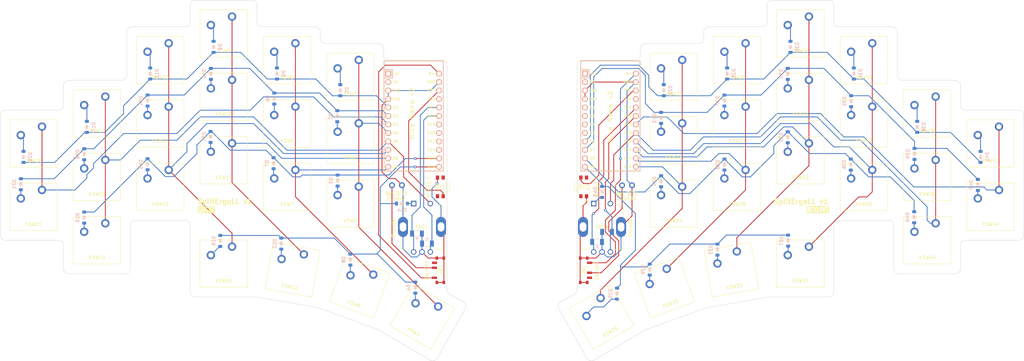
<source format=kicad_pcb>
(kicad_pcb (version 20221018) (generator pcbnew)
  (layers (0 "F.Cu" signal) (31 "B.Cu" signal) (34 "B.Paste" user) (35 "F.Paste" user) (36 "B.SilkS" user "B.Silkscreen") (37 "F.SilkS" user "F.Silkscreen") (38 "B.Mask" user) (39 "F.Mask" user) (44 "Edge.Cuts" user))
  (net 0 "")
  (net 1 "Net-(BAT1-+)")
  (net 2 "GND 1")
  (net 3 "Net-(BAT2-+)")
  (net 4 "GND 2")
  (net 7 "RESET 1")
  (net 10 "RESET 2")
  (net 11 "Row 0")
  (net 12 "Net-(D1-A)")
  (net 13 "Row 1")
  (net 14 "Net-(D2-A)")
  (net 15 "Row 2")
  (net 16 "Net-(D3-A)")
  (net 17 "Row 3")
  (net 18 "Net-(D4-A)")
  (net 19 "Net-(D5-A)")
  (net 20 "Net-(D6-A)")
  (net 21 "Net-(D7-A)")
  (net 22 "Net-(D8-A)")
  (net 23 "Net-(D9-A)")
  (net 24 "Net-(D10-A)")
  (net 25 "Net-(D11-A)")
  (net 26 "Net-(D12-A)")
  (net 27 "Net-(D13-A)")
  (net 28 "Net-(D14-A)")
  (net 29 "Net-(D15-A)")
  (net 30 "Net-(D16-A)")
  (net 31 "Net-(D17-A)")
  (net 32 "Net-(D18-A)")
  (net 33 "Net-(D19-A)")
  (net 34 "Net-(D20-A)")
  (net 35 "Net-(D21-A)")
  (net 36 "Row 4")
  (net 37 "Net-(D22-A)")
  (net 38 "Row 5")
  (net 39 "Net-(D23-A)")
  (net 40 "Row 6")
  (net 41 "Net-(D24-A)")
  (net 42 "Row 7")
  (net 43 "Net-(D25-A)")
  (net 44 "Net-(D26-A)")
  (net 45 "Net-(D27-A)")
  (net 46 "Net-(D28-A)")
  (net 47 "Net-(D29-A)")
  (net 48 "Net-(D30-A)")
  (net 49 "Net-(D31-A)")
  (net 50 "Net-(D32-A)")
  (net 51 "Net-(D33-A)")
  (net 52 "Net-(D34-A)")
  (net 53 "Net-(D35-A)")
  (net 54 "Net-(D36-A)")
  (net 55 "Net-(D37-A)")
  (net 56 "Net-(D38-A)")
  (net 57 "Net-(D39-A)")
  (net 58 "Net-(D40-A)")
  (net 59 "Net-(D41-A)")
  (net 60 "Net-(D42-A)")
  (net 61 "Col 0")
  (net 62 "Col 1")
  (net 63 "Col 2")
  (net 64 "Col 3")
  (net 65 "Col 4")
  (net 66 "Col 5")
  (net 67 "Col 6")
  (net 68 "Col 7")
  (net 69 "Col 8")
  (net 70 "Col 9")
  (net 71 "Col 10")
  (net 72 "Col 11")
  (net 78 "BAT+ 1")
  (net 84 "BAT+ 2")
  (net 87 "Net-(D43-A)")
  (net 88 "Net-(D44-A)")
  (net 91 "ENCB1")
  (net 92 "ENCA1")
  (net 95 "ENCB2")
  (net 96 "ENCA2")
  (footprint "kb_np_footprints:Keyswitch_MX" (layer "F.Cu") (at 362 128)
    (fp_text reference "KSW41")
    (fp_text value "Keyswitch")
  )
  (footprint "kb_np_footprints:Keyswitch_MX" (layer "F.Cu") (at 267 146)
    (fp_text reference "KSW24")
    (fp_text value "Keyswitch")
  )
  (footprint "kb_np_footprints:Keyswitch_MX" (layer "F.Cu") (at 151 141)
    (fp_text reference "KSW7")
    (fp_text value "Keyswitch")
  )
  (footprint "kb_np_footprints:Keyswitch_MX" (layer "F.Cu") (at 132 133)
    (fp_text reference "KSW11")
    (fp_text value "Keyswitch")
  )
  (footprint "kb_np_footprints:Switch_ON_OFF" (layer "F.Cu") (at 240 166 -90)
    (fp_text reference "SW2")
    (fp_text value "ON/OFF")
  )
  (footprint "kb_np_footprints:Keyswitch_MX" (layer "F.Cu") (at 191.599409 180 -30)
    (fp_text reference "KSW4")
    (fp_text value "Keyswitch")
  )
  (footprint "kb_np_footprints:Keyswitch_MX" (layer "F.Cu") (at 113 141)
    (fp_text reference "KSW15")
    (fp_text value "Keyswitch")
  )
  (footprint "kb_np_footprints:Keyswitch_MX" (layer "F.Cu") (at 132 164)
    (fp_text reference "KSW16")
    (fp_text value "Keyswitch")
  )
  (footprint "kb_np_footprints:Button_RESET" (layer "F.Cu") (at 240 141 -90)
    (fp_text reference "Bt2")
    (fp_text value "RESET")
  )
  (footprint "kb_np_footprints:Keyswitch_MX" (layer "F.Cu") (at 151 103)
    (fp_text reference "KSW5")
    (fp_text value "Keyswitch")
  )
  (footprint "kb_np_footprints:Keyswitch_MX" (layer "F.Cu") (at 151 122)
    (fp_text reference "KSW6")
    (fp_text value "Keyswitch")
  )
  (footprint "kb_np_footprints:Encoder" (layer "F.Cu") (at 245.5 153)
    (fp_text reference "ENC2")
    (fp_text value "Encoder")
  )
  (footprint "kb_np_footprints:Nice_Nano_v2" (layer "F.Cu") (at 248 121)
    (fp_text reference "MCU2" hide)
    (fp_text value "Nice Nano v2")
  )
  (footprint "kb_np_footprints:Keyswitch_MX" (layer "F.Cu") (at 343 157)
    (fp_text reference "KSW40")
    (fp_text value "Keyswitch")
  )
  (footprint "kb_np_footprints:Keyswitch_MX" (layer "F.Cu") (at 75 128)
    (fp_text reference "KSW20")
    (fp_text value "Keyswitch")
  )
  (footprint "kb_np_footprints:Keyswitch_MX" (layer "F.Cu") (at 324 141)
    (fp_text reference "KSW36")
    (fp_text value "Keyswitch")
  )
  (footprint "kb_np_footprints:Keyswitch_MX" (layer "F.Cu") (at 172.773639 171.2 -20)
    (fp_text reference "KSW8")
    (fp_text value "Keyswitch")
  )
  (footprint "kb_np_footprints:Keyswitch_MX" (layer "F.Cu") (at 286 122)
    (fp_text reference "KSW27")
    (fp_text value "Keyswitch")
  )
  (footprint "kb_np_footprints:Keyswitch_MX" (layer "F.Cu") (at 324 122)
    (fp_text reference "KSW35")
    (fp_text value "Keyswitch")
  )
  (footprint "kb_np_footprints:Encoder" (layer "F.Cu") (at 191.5 153)
    (fp_text reference "ENC1")
    (fp_text value "Encoder")
  )
  (footprint "kb_np_footprints:Keyswitch_MX" (layer "F.Cu") (at 113 122)
    (fp_text reference "KSW14")
    (fp_text value "Keyswitch")
  )
  (footprint "kb_np_footprints:Keyswitch_MX" (layer "F.Cu") (at 343 119)
    (fp_text reference "KSW38")
    (fp_text value "Keyswitch")
  )
  (footprint "kb_np_footprints:Keyswitch_MX" (layer "F.Cu") (at 305 114)
    (fp_text reference "KSW31")
    (fp_text value "Keyswitch")
  )
  (footprint "kb_np_footprints:Keyswitch_MX" (layer "F.Cu") (at 170 108)
    (fp_text reference "KSW1")
    (fp_text value "Keyswitch")
  )
  (footprint "kb_np_footprints:Keyswitch_MX" (layer "F.Cu") (at 245.400591 180 30)
    (fp_text reference "KSW25")
    (fp_text value "Keyswitch")
  )
  (footprint "kb_np_footprints:Keyswitch_MX" (layer "F.Cu") (at 267 108)
    (fp_text reference "KSW22")
    (fp_text value "Keyswitch")
  )
  (footprint "kb_np_footprints:Keyswitch_MX" (layer "F.Cu") (at 264.226361 171.2 20)
    (fp_text reference "KSW29")
    (fp_text value "Keyswitch")
  )
  (footprint "kb_np_footprints:Keyswitch_MX" (layer "F.Cu") (at 113 103)
    (fp_text reference "KSW13")
    (fp_text value "Keyswitch")
  )
  (footprint "kb_np_footprints:Keyswitch_MX" (layer "F.Cu") (at 170 146)
    (fp_text reference "KSW3")
    (fp_text value "Keyswitch")
  )
  (footprint "kb_np_footprints:Button_RESET" (layer "F.Cu") (at 197 141 90)
    (fp_text reference "Bt1")
    (fp_text value "RESET")
  )
  (footprint "kb_np_footprints:Keyswitch_MX" (layer "F.Cu") (at 305 95)
    (fp_text reference "KSW30")
    (fp_text value "Keyswitch")
  )
  (footprint "kb_np_footprints:Keyswitch_MX" (layer "F.Cu") (at 343 138)
    (fp_text reference "KSW39")
    (fp_text value "Keyswitch")
  )
  (footprint "kb_np_footprints:Keyswitch_MX" (layer "F.Cu") (at 152.697177 165.8 -10)
    (fp_text reference "KSW12")
    (fp_text value "Keyswitch")
  )
  (footprint "kb_np_footprints:Keyswitch_MX" (layer "F.Cu") (at 94 157)
    (fp_text reference "KSW19")
    (fp_text value "Keyswitch")
  )
  (footprint "kb_np_footprints:Keyswitch_MX" (layer "F.Cu") (at 94 119)
    (fp_text reference "KSW17")
    (fp_text value "Keyswitch")
  )
  (footprint "kb_np_footprints:Battery_PINs" (layer "F.Cu") (at 251.51 145.1075)
    (fp_text reference "Bat 3.7V")
    (fp_text value "110mAh")
  )
  (footprint "kb_np_footprints:Battery_PINs" (layer "F.Cu") (at 182.5 145.08)
    (fp_text reference "Bat 3.7V")
    (fp_text value "110mAh")
  )
  (footprint "kb_np_footprints:Nice_Nano_v2" (layer "F.Cu") (at 189 121)
    (fp_text reference "MCU1" hide)
    (fp_text value "Nice Nano v2")
  )
  (footprint "kb_np_footprints:Keyswitch_MX" (layer "F.Cu") (at 286 103)
    (fp_text reference "KSW26")
    (fp_text value "Keyswitch")
  )
  (footprint "kb_np_footprints:Switch_ON_OFF" (layer "F.Cu") (at 197 166 90)
    (fp_text reference "SW1")
    (fp_text value "ON/OFF")
  )
  (footprint "kb_np_footprints:Keyswitch_MX" (layer "F.Cu") (at 75 147)
    (fp_text reference "KSW21")
    (fp_text value "Keyswitch")
  )
  (footprint "kb_np_footprints:Keyswitch_MX" (layer "F.Cu") (at 305 164)
    (fp_text reference "KSW37")
    (fp_text value "Keyswitch")
  )
  (footprint "kb_np_footprints:Keyswitch_MX" (layer "F.Cu") (at 132 114)
    (fp_text reference "KSW10")
    (fp_text value "Keyswitch")
  )
  (footprint "kb_np_footprints:Keyswitch_MX" (layer "F.Cu") (at 267 127)
    (fp_text reference "KSW23")
    (fp_text value "Keyswitch")
  )
  (footprint "kb_np_footprints:Keyswitch_MX" (layer "F.Cu") (at 170 127)
    (fp_text reference "KSW2")
    (fp_text value "Keyswitch")
  )
  (footprint "kb_np_footprints:Keyswitch_MX" (layer "F.Cu") (at 305 133)
    (fp_text reference "KSW32")
    (fp_text value "Keyswitch")
  )
  (footprint "kb_np_footprints:Keyswitch_MX" (layer "F.Cu") (at 324 103)
    (fp_text reference "KSW34")
    (fp_text value "Keyswitch")
  )
  (footprint "kb_np_footprints:Keyswitch_MX" (layer "F.Cu") (at 132 95)
    (fp_text reference "KSW9")
    (fp_text value "Keyswitch")
  )
  (footprint "kb_np_footprints:Keyswitch_MX" (layer "F.Cu") (at 284.297177 165.8 10)
    (fp_text reference "KSW33")
    (fp_text value "Keyswitch")
  )
  (footprint "kb_np_footprints:Keyswitch_MX" (layer "F.Cu") (at 94 138)
    (fp_text reference "KSW18")
    (fp_text value "Keyswitch")
  )
  (footprint "kb_np_footprints:Keyswitch_MX" (layer "F.Cu") (at 362 147)
    (fp_text reference "KSW42")
    (fp_text value "Keyswitch")
  )
  (footprint "kb_np_footprints:Keyswitch_MX" (layer "F.Cu") (at 286 141)
    (fp_text reference "KSW28")
    (fp_text value "Keyswitch")
  )
  (footprint "kb_np_footprints:Diode_SMD" (layer "B.Cu") (at 282.2 115.1 -90)
    (fp_text reference "D27")
    (fp_text value "Diodes" hide)
  )
  (footprint "kb_np_footprints:Diode_SMD" (layer "B.Cu") (at 250 173 -90)
    (fp_text reference "D25")
    (fp_text value "Diodes" hide)
  )
  (footprint "kb_np_footprints:Diode_SMD" (layer "B.Cu") (at 90.2 131.2 -90)
    (fp_text reference "D18")
    (fp_text value "Diodes" hide)
  )
  (footprint "kb_np_footprints:Diode_SMD" (layer "B.Cu") (at 263.2 120.3 -90)
    (fp_text reference "D23")
    (fp_text value "Diodes" hide)
  )
  (footprint "kb_np_footprints:Diode_SMD" (layer "B.Cu") (at 166.2 139.1 -90)
    (fp_text reference "D3")
    (fp_text value "Diodes" hide)
  )
  (footprint "kb_np_footprints:Diode_SMD" (layer "B.Cu") (at 263.2 139.3 -90)
    (fp_text reference "D24")
    (fp_text value "Diodes" hide)
  )
  (footprint "kb_np_footprints:Capacitor_SMD" (layer "B.Cu") (at 190 155)
    (fp_text reference "C2")
    (fp_text value "100nF")
  )
  (footprint "kb_np_footprints:Diode_SMD" (layer "B.Cu") (at 110 107 90)
    (fp_text reference "D13")
    (fp_text value "Diodes" hide)
  )
  (footprint "kb_np_footprints:Diode_SMD" (layer "B.Cu") (at 149.3 158 -90)
    (fp_text reference "D12")
    (fp_text value "Diodes" hide)
  )
  (footprint "kb_np_footprints:Diode_SMD" (layer "B.Cu") (at 280.1 159.8 -90)
    (fp_text reference "D33")
    (fp_text value "Diodes" hide)
  )
  (footprint "kb_np_footprints:Diode_SMD" (layer "B.Cu") (at 189.5 171.2 -90)
    (fp_text reference "D4")
    (fp_text value "Diodes" hide)
  )
  (footprint "kb_np_footprints:Diode_SMD" (layer "B.Cu") (at 283 107 90)
    (fp_text reference "D26")
    (fp_text value "Diodes" hide)
  )
  (footprint "kb_np_footprints:Diode_SMD" (layer "B.Cu") (at 301.3 157.1 -90)
    (fp_text reference "D37")
    (fp_text value "Diodes" hide)
  )
  (footprint "kb_np_footprints:Diode_SMD" (layer "B.Cu") (at 128.2 107.1 -90)
    (fp_text reference "D10")
    (fp_text value "Diodes" hide)
  )
  (footprint "kb_np_footprints:Diode_SMD" (layer "B.Cu") (at 259.8 165.8 -90)
    (fp_text reference "D29")
    (fp_text value "Diodes" hide)
  )
  (footprint "kb_np_footprints:Diode_SMD" (layer "B.Cu") (at 109.2 134.2 -90)
    (fp_text reference "D15")
    (fp_text value "Diodes" hide)
  )
  (footprint "kb_np_footprints:Diode_SMD" (layer "B.Cu") (at 358.2 140.4 -90)
    (fp_text reference "D42")
    (fp_text value "Diodes" hide)
  )
  (footprint "kb_np_footprints:Diode_SMD" (layer "B.Cu") (at 147 133.9 -90)
    (fp_text reference "D7")
    (fp_text value "Diodes" hide)
  )
  (footprint "kb_np_footprints:Diode_SMD" (layer "B.Cu") (at 167 112 90)
    (fp_text reference "D1")
    (fp_text value "Diodes" hide)
  )
  (footprint "kb_np_footprints:Diode_SMD" (layer "B.Cu") (at 166.1 119.8 -90)
    (fp_text reference "D2")
    (fp_text value "Diodes" hide)
  )
  (footprint "kb_np_footprints:Diode_SMD" (layer "B.Cu") (at 72 132 90)
    (fp_text reference "D20")
    (fp_text value "Diodes" hide)
  )
  (footprint "kb_np_footprints:Diode_SMD" (layer "B.Cu") (at 245.5 142.5 -90)
    (fp_text reference "D43")
    (fp_text value "Diodes" hide)
  )
  (footprint "kb_np_footprints:Diode_SMD" (layer "B.Cu") (at 340 123 90)
    (fp_text reference "D38")
    (fp_text value "Diodes" hide)
  )
  (footprint "kb_np_footprints:Capacitor_SMD" (layer "B.Cu") (at 247 154.5 180)
    (fp_text reference "C3")
    (fp_text value "100nF")
  )
  (footprint "kb_np_footprints:Diode_SMD" (layer "B.Cu") (at 131 157.2 -90)
    (fp_text reference "D16")
    (fp_text value "Diodes" hide)
  )
  (footprint "kb_np_footprints:Diode_SMD" (layer "B.Cu") (at 185.5 146)
    (fp_text reference "D44")
    (fp_text value "Diodes" hide)
  )
  (footprint "kb_np_footprints:Diode_SMD" (layer "B.Cu") (at 109.2 115.1 -90)
    (fp_text reference "D14")
    (fp_text value "Diodes" hide)
  )
  (footprint "kb_np_footprints:Diode_SMD" (layer "B.Cu") (at 339.1 150.1 -90)
    (fp_text reference "D40")
    (fp_text value "Diodes" hide)
  )
  (footprint "kb_np_footprints:Diode_SMD" (layer "B.Cu") (at 302 99 90)
    (fp_text reference "D30")
    (fp_text value "Diodes" hide)
  )
  (footprint "kb_np_footprints:Diode_SMD" (layer "B.Cu") (at 282.2 134.3 -90)
    (fp_text reference "D28")
    (fp_text value "Diodes" hide)
  )
  (footprint "kb_np_footprints:Diode_SMD" (layer "B.Cu") (at 320.1 134.3 -90)
    (fp_text reference "D36")
    (fp_text value "Diodes" hide)
  )
  (footprint "kb_np_footprints:Diode_SMD" (layer "B.Cu") (at 359 132 90)
    (fp_text reference "D41")
    (fp_text value "Diodes" hide)
  )
  (footprint "kb_np_footprints:Diode_SMD" (layer "B.Cu") (at 301.2 107.1 -90)
    (fp_text reference "D31")
    (fp_text value "Diodes" hide)
  )
  (footprint "kb_np_footprints:Diode_SMD" (layer "B.Cu") (at 170 162.8 -90)
    (fp_text reference "D8")
    (fp_text value "Diodes" hide)
  )
  (footprint "kb_np_footprints:Diode_SMD" (layer "B.Cu") (at 71.2 140.2 -90)
    (fp_text reference "D21")
    (fp_text value "Diodes" hide)
  )
  (footprint "kb_np_footprints:Diode_SMD" (layer "B.Cu") (at 320.2 115.3 -90)
    (fp_text reference "D35")
    (fp_text value "Diodes" hide)
  )
  (footprint "kb_np_footprints:Diode_SMD" (layer "B.Cu") (at 129 99 90)
    (fp_text reference "D9")
    (fp_text value "Diodes" hide)
  )
  (footprint "kb_np_footprints:Diode_SMD" (layer "B.Cu") (at 264 112 90)
    (fp_text reference "D22")
    (fp_text value "Diodes" hide)
  )
  (footprint "kb_np_footprints:Diode_SMD" (layer "B.Cu") (at 90.2 150.2 -90)
    (fp_text reference "D19")
    (fp_text value "Diodes" hide)
  )
  (footprint "kb_np_footprints:Diode_SMD" (layer "B.Cu") (at 128.1 126 -90)
    (fp_text reference "D11")
    (fp_text value "Diodes" hide)
  )
  (footprint "kb_np_footprints:Diode_SMD" (layer "B.Cu") (at 148 107 90)
    (fp_text reference "D5")
    (fp_text value "Diodes" hide)
  )
  (footprint "kb_np_footprints:Capacitor_SMD" (layer "B.Cu") (at 244 157.5)
    (fp_text reference "C4")
    (fp_text value "100nF")
  )
  (footprint "kb_np_footprints:Diode_SMD" (layer "B.Cu") (at 301.2 126.1 -90)
    (fp_text reference "D32")
    (fp_text value "Diodes" hide)
  )
  (footprint "kb_np_footprints:Capacitor_SMD" (layer "B.Cu") (at 193 158 180)
    (fp_text reference "C1")
    (fp_text value "100nF")
  )
  (footprint "kb_np_footprints:Diode_SMD" (layer "B.Cu") (at 91 123 90)
    (fp_text reference "D17")
    (fp_text value "Diodes" hide)
  )
  (footprint "kb_np_footprints:Diode_SMD" (layer "B.Cu") (at 339.2 131.1 -90)
    (fp_text reference "D39")
    (fp_text value "Diodes" hide)
  )
  (footprint "kb_np_footprints:Diode_SMD" (layer "B.Cu") (at 147.2 114.5 -90)
    (fp_text reference "D6")
    (fp_text value "Diodes" hide)
  )
  (footprint "kb_np_footprints:Diode_SMD" (layer "B.Cu") (at 321 107 90)
    (fp_text reference "D34")
    (fp_text value "Diodes" hide)
  )
  (gr_arc (start 66.5 157) (mid 65.43934 156.56066) (end 65 155.5) (stroke (width 0.1)) (layer "Edge.Cuts"))
  (gr_line (start 199 104.56066) (end 199 171.880386) (stroke (width 0.1)) (layer "Edge.Cuts"))
  (gr_arc (start 334.5 167) (mid 333.43934 166.56066) (end 333 165.5) (stroke (width 0.1)) (layer "Edge.Cuts"))
  (gr_arc (start 178.5 98) (mid 179.56066 98.43934) (end 180 99.5) (stroke (width 0.1)) (layer "Edge.Cuts"))
  (gr_line (start 315 91.5) (end 315 86.5) (stroke (width 0.1)) (layer "Edge.Cuts"))
  (gr_line (start 104.5 93) (end 120.5 93) (stroke (width 0.1)) (layer "Edge.Cuts"))
  (gr_arc (start 103 94.5) (mid 103.43934 93.43934) (end 104.5 93) (stroke (width 0.1)) (layer "Edge.Cuts"))
  (gr_arc (start 159.5 93) (mid 160.56066 93.43934) (end 161 94.5) (stroke (width 0.1)) (layer "Edge.Cuts"))
  (gr_arc (start 84 116.5) (mid 83.56066 117.56066) (end 82.5 118) (stroke (width 0.1)) (layer "Edge.Cuts"))
  (gr_line (start 293.5 93) (end 277.5 93) (stroke (width 0.1)) (layer "Edge.Cuts"))
  (gr_line (start 85.5 109) (end 101.5 109) (stroke (width 0.1)) (layer "Edge.Cuts"))
  (gr_line (start 276.879586 177.227538) (end 295.372858 174.022038) (stroke (width 0.1)) (layer "Edge.Cuts"))
  (gr_arc (start 162.5 98) (mid 161.43934 97.56066) (end 161 96.5) (stroke (width 0.1)) (layer "Edge.Cuts"))
  (gr_arc (start 315 152.5) (mid 315.43934 151.43934) (end 316.5 151) (stroke (width 0.1)) (layer "Edge.Cuts"))
  (gr_line (start 103 107.5) (end 103 94.5) (stroke (width 0.1)) (layer "Edge.Cuts"))
  (gr_arc (start 316.5 93) (mid 315.43934 92.56066) (end 315 91.5) (stroke (width 0.1)) (layer "Edge.Cuts"))
  (gr_line (start 84 165.5) (end 84 158.5) (stroke (width 0.1)) (layer "Edge.Cuts"))
  (gr_line (start 123.5 85) (end 140.5 85) (stroke (width 0.1)) (layer "Edge.Cuts"))
  (gr_line (start 199.754661 173.182104) (end 203.900616 175.555998) (stroke (width 0.1)) (layer "Edge.Cuts"))
  (gr_line (start 313.5 85) (end 296.5 85) (stroke (width 0.1)) (layer "Edge.Cuts"))
  (gr_arc (start 232.54167 177.600718) (mid 232.397576 176.462992) (end 233.099384 175.555998) (stroke (width 0.1)) (layer "Edge.Cuts"))
  (gr_arc (start 335.5 109) (mid 334.43934 108.56066) (end 334 107.5) (stroke (width 0.1)) (layer "Edge.Cuts"))
  (gr_arc (start 276 96.5) (mid 275.56066 97.56066) (end 274.5 98) (stroke (width 0.1)) (layer "Edge.Cuts"))
  (gr_arc (start 370.5 118) (mid 371.56066 118.43934) (end 372 119.5) (stroke (width 0.1)) (layer "Edge.Cuts"))
  (gr_arc (start 122 86.5) (mid 122.43934 85.43934) (end 123.5 85) (stroke (width 0.1)) (layer "Edge.Cuts"))
  (gr_line (start 334 107.5) (end 334 94.5) (stroke (width 0.1)) (layer "Edge.Cuts"))
  (gr_arc (start 257 99.5) (mid 257.43934 98.43934) (end 258.5 98) (stroke (width 0.1)) (layer "Edge.Cuts"))
  (gr_line (start 65 119.5) (end 65 155.5) (stroke (width 0.1)) (layer "Edge.Cuts"))
  (gr_line (start 66.5 118) (end 82.5 118) (stroke (width 0.1)) (layer "Edge.Cuts"))
  (gr_arc (start 353 158.5) (mid 353.43934 157.43934) (end 354.5 157) (stroke (width 0.1)) (layer "Edge.Cuts"))
  (gr_line (start 370.5 118) (end 354.5 118) (stroke (width 0.1)) (layer "Edge.Cuts"))
  (gr_arc (start 82.5 157) (mid 83.56066 157.43934) (end 84 158.5) (stroke (width 0.1)) (layer "Edge.Cuts"))
  (gr_arc (start 353 165.5) (mid 352.56066 166.56066) (end 351.5 167) (stroke (width 0.1)) (layer "Edge.Cuts"))
  (gr_arc (start 295 86.5) (mid 295.43934 85.43934) (end 296.5 85) (stroke (width 0.1)) (layer "Edge.Cuts"))
  (gr_arc (start 181.5 103.06066) (mid 180.439354 102.621318) (end 180 101.56066) (stroke (width 0.1)) (layer "Edge.Cuts"))
  (gr_line (start 122 172.5) (end 122 152.5) (stroke (width 0.1)) (layer "Edge.Cuts"))
  (gr_arc (start 257 101.5) (mid 256.56066 102.56066) (end 255.5 103) (stroke (width 0.1)) (layer "Edge.Cuts"))
  (gr_arc (start 84 110.5) (mid 84.43934 109.43934) (end 85.5 109) (stroke (width 0.1)) (layer "Edge.Cuts"))
  (gr_arc (start 332.5 93) (mid 333.56066 93.43934) (end 334 94.5) (stroke (width 0.1)) (layer "Edge.Cuts"))
  (gr_line (start 353 116.5) (end 353 110.5) (stroke (width 0.1)) (layer "Edge.Cuts"))
  (gr_line (start 274.5 98) (end 258.5 98) (stroke (width 0.1)) (layer "Edge.Cuts"))
  (gr_arc (start 354.5 118) (mid 353.43934 117.56066) (end 353 116.5) (stroke (width 0.1)) (layer "Edge.Cuts"))
  (gr_line (start 353 165.5) (end 353 158.5) (stroke (width 0.1)) (layer "Edge.Cuts"))
  (gr_line (start 276 94.5) (end 276 96.5) (stroke (width 0.1)) (layer "Edge.Cuts"))
  (gr_line (start 193.93952 192.979129) (end 178.367128 183.818899) (stroke (width 0.1)) (layer "Edge.Cuts"))
  (gr_line (start 232.54167 177.600718) (end 240.996896 192.42923) (stroke (width 0.1)) (layer "Edge.Cuts"))
  (gr_line (start 120.5 151) (end 105.5 151) (stroke (width 0.1)) (layer "Edge.Cuts"))
  (gr_arc (start 85.5 167) (mid 84.43934 166.56066) (end 84 165.5) (stroke (width 0.1)) (layer "Edge.Cuts"))
  (gr_arc (start 122 91.5) (mid 121.56066 92.56066) (end 120.5 93) (stroke (width 0.1)) (layer "Edge.Cuts"))
  (gr_line (start 351.5 109) (end 335.5 109) (stroke (width 0.1)) (layer "Edge.Cuts"))
  (gr_arc (start 104 165.5) (mid 103.56066 166.56066) (end 102.5 167) (stroke (width 0.1)) (layer "Edge.Cuts"))
  (gr_line (start 82.5 157) (end 66.5 157) (stroke (width 0.1)) (layer "Edge.Cuts"))
  (gr_line (start 257 99.5) (end 257 101.5) (stroke (width 0.1)) (layer "Edge.Cuts"))
  (gr_line (start 178.122397 183.703272) (end 160.626687 177.296392) (stroke (width 0.1)) (layer "Edge.Cuts"))
  (gr_arc (start 143.5 93) (mid 142.43934 92.56066) (end 142 91.5) (stroke (width 0.1)) (layer "Edge.Cuts"))
  (gr_line (start 372 119.5) (end 372 155.5) (stroke (width 0.1)) (layer "Edge.Cuts"))
  (gr_line (start 104 152.5) (end 104 165.5) (stroke (width 0.1)) (layer "Edge.Cuts"))
  (gr_line (start 181.5 103.06066) (end 197.5 103.06066) (stroke (width 0.1)) (layer "Edge.Cuts"))
  (gr_arc (start 120.5 151) (mid 121.56066 151.43934) (end 122 152.5) (stroke (width 0.1)) (layer "Edge.Cuts"))
  (gr_line (start 180 99.5) (end 180 101.56066) (stroke (width 0.1)) (layer "Edge.Cuts"))
  (gr_line (start 84 116.5) (end 84 110.5) (stroke (width 0.1)) (layer "Edge.Cuts"))
  (gr_arc (start 104 152.5) (mid 104.43934 151.43934) (end 105.5 151) (stroke (width 0.1)) (layer "Edge.Cuts"))
  (gr_line (start 142 86.5) (end 142 91.5) (stroke (width 0.1)) (layer "Edge.Cuts"))
  (gr_line (start 237.245339 173.182104) (end 233.099384 175.555998) (stroke (width 0.1)) (layer "Edge.Cuts"))
  (gr_arc (start 276.626299 177.29467) (mid 276.751473 177.25556) (end 276.879586 177.227538) (stroke (width 0.1)) (layer "Edge.Cuts"))
  (gr_arc (start 178.122397 183.703272) (mid 178.247376 183.755554) (end 178.367128 183.818899) (stroke (width 0.1)) (layer "Edge.Cuts"))
  (gr_arc (start 141.620962 174) (mid 141.749525 174.00552) (end 141.877142 174.022038) (stroke (width 0.1)) (layer "Edge.Cuts"))
  (gr_line (start 255.5 103) (end 239.5 103) (stroke (width 0.1)) (layer "Edge.Cuts"))
  (gr_arc (start 140.5 85) (mid 141.56066 85.43934) (end 142 86.5) (stroke (width 0.1)) (layer "Edge.Cuts"))
  (gr_line (start 122 91.5) (end 122 86.5) (stroke (width 0.1)) (layer "Edge.Cuts"))
  (gr_arc (start 196.003104 192.42923) (mid 195.086277 193.135621) (end 193.93952 192.979129) (stroke (width 0.1)) (layer "Edge.Cuts"))
  (gr_arc (start 123.5 174) (mid 122.43934 173.56066) (end 122 172.5) (stroke (width 0.1)) (layer "Edge.Cuts"))
  (gr_arc (start 197.5 103.06066) (mid 198.560674 103.499997) (end 199 104.56066) (stroke (width 0.1)) (layer "Edge.Cuts"))
  (gr_line (start 160.367068 177.226958) (end 141.877142 174.022038) (stroke (width 0.1)) (layer "Edge.Cuts"))
  (gr_arc (start 372 155.5) (mid 371.56066 156.56066) (end 370.5 157) (stroke (width 0.1)) (layer "Edge.Cuts"))
  (gr_line (start 333 152.5) (end 333 165.5) (stroke (width 0.1)) (layer "Edge.Cuts"))
  (gr_arc (start 238 104.5) (mid 238.43934 103.43934) (end 239.5 103) (stroke (width 0.1)) (layer "Edge.Cuts"))
  (gr_line (start 204.45833 177.600718) (end 196.003104 192.42923) (stroke (width 0.1)) (layer "Edge.Cuts"))
  (gr_line (start 334.5 167) (end 351.5 167) (stroke (width 0.1)) (layer "Edge.Cuts"))
  (gr_arc (start 295 91.5) (mid 294.56066 92.56066) (end 293.5 93) (stroke (width 0.1)) (layer "Edge.Cuts"))
  (gr_arc (start 160.367068 177.226958) (mid 160.498438 177.255842) (end 160.626687 177.296392) (stroke (width 0.1)) (layer "Edge.Cuts"))
  (gr_line (start 295 86.5) (end 295 91.5) (stroke (width 0.1)) (layer "Edge.Cuts"))
  (gr_line (start 238 104.5) (end 238 171.880386) (stroke (width 0.1)) (layer "Edge.Cuts"))
  (gr_arc (start 331.5 151) (mid 332.56066 151.43934) (end 333 152.5) (stroke (width 0.1)) (layer "Edge.Cuts"))
  (gr_arc (start 295.372858 174.022038) (mid 295.500475 174.005528) (end 295.629038 174) (stroke (width 0.1)) (layer "Edge.Cuts"))
  (gr_arc (start 243.06048 192.979129) (mid 241.913691 193.13569) (end 240.996896 192.42923) (stroke (width 0.1)) (layer "Edge.Cuts"))
  (gr_arc (start 351.5 109) (mid 352.56066 109.43934) (end 353 110.5) (stroke (width 0.1)) (layer "Edge.Cuts"))
  (gr_line (start 161 94.5) (end 161 96.5) (stroke (width 0.1)) (layer "Edge.Cuts"))
  (gr_line (start 143.5 93) (end 159.5 93) (stroke (width 0.1)) (layer "Edge.Cuts"))
  (gr_line (start 354.5 157) (end 370.5 157) (stroke (width 0.1)) (layer "Edge.Cuts"))
  (gr_arc (start 103 107.5) (mid 102.56066 108.56066) (end 101.5 109) (stroke (width 0.1)) (layer "Edge.Cuts"))
  (gr_arc (start 203.900616 175.555998) (mid 204.602412 176.462995) (end 204.45833 177.600718) (stroke (width 0.1)) (layer "Edge.Cuts"))
  (gr_line (start 102.5 167) (end 85.5 167) (stroke (width 0.1)) (layer "Edge.Cuts"))
  (gr_line (start 295.629038 174) (end 313.5 174) (stroke (width 0.1)) (layer "Edge.Cuts"))
  (gr_arc (start 315 172.5) (mid 314.56066 173.56066) (end 313.5 174) (stroke (width 0.1)) (layer "Edge.Cuts"))
  (gr_arc (start 258.629944 183.820621) (mid 258.752744 183.755842) (end 258.881007 183.702692) (stroke (width 0.1)) (layer "Edge.Cuts"))
  (gr_line (start 141.620962 174) (end 123.5 174) (stroke (width 0.1)) (layer "Edge.Cuts"))
  (gr_line (start 258.881007 183.702692) (end 276.626299 177.29467) (stroke (width 0.1)) (layer "Edge.Cuts"))
  (gr_arc (start 238 171.880386) (mid 237.797697 172.632718) (end 237.245339 173.182104) (stroke (width 0.1)) (layer "Edge.Cuts"))
  (gr_line (start 162.5 98) (end 178.5 98) (stroke (width 0.1)) (layer "Edge.Cuts"))
  (gr_line (start 315 172.5) (end 315 152.5) (stroke (width 0.1)) (layer "Edge.Cuts"))
  (gr_arc (start 65 119.5) (mid 65.43934 118.43934) (end 66.5 118) (stroke (width 0.1)) (layer "Edge.Cuts"))
  (gr_arc (start 199.754661 173.182104) (mid 199.202313 172.632712) (end 199 171.880386) (stroke (width 0.1)) (layer "Edge.Cuts"))
  (gr_arc (start 313.5 85) (mid 314.56066 85.43934) (end 315 86.5) (stroke (width 0.1)) (layer "Edge.Cuts"))
  (gr_line (start 332.5 93) (end 316.5 93) (stroke (width 0.1)) (layer "Edge.Cuts"))
  (gr_line (start 316.5 151) (end 331.5 151) (stroke (width 0.1)) (layer "Edge.Cuts"))
  (gr_arc (start 276 94.5) (mid 276.43934 93.43934) (end 277.5 93) (stroke (width 0.1)) (layer "Edge.Cuts"))
  (gr_line (start 243.06048 192.979129) (end 258.629944 183.820621) (stroke (width 0.1)) (layer "Edge.Cuts"))
  (gr_text "LEFT" (at 124 147) (layer "F.SilkS" knockout) (effects (font (size 1.5 1.5) (thickness 0.3) bold) (justify left top)))
  (gr_text "SplitErgoLL v1" (at 313.5 144.5) (layer "F.SilkS") (effects (font (size 1.5 1.5) (thickness 0.3) bold) (justify right top)))
  (gr_text "SplitErgoLL v1" (at 124 144.5) (layer "F.SilkS") (effects (font (size 1.5 1.5) (thickness 0.3) bold) (justify left top)))
  (gr_text "RIGHT" (at 313.5 147) (layer "F.SilkS" knockout) (effects (font (size 1.5 1.5) (thickness 0.3) bold) (justify right top)))
  (segment (start 189.75 165.25) (end 182.5 158) (width 0.25) (layer "F.Cu") (net 1))
  (segment (start 195.25 165.25) (end 189.75 165.25) (width 0.25) (layer "F.Cu") (net 1))
  (segment (start 182.5 158) (end 182.5 140.5) (width 0.25) (layer "F.Cu") (net 1))
  (segment (start 185.48 140.48) (end 185.48 140.49) (width 0.25) (layer "F.Cu") (net 2))
  (segment (start 195.95 162.35) (end 198.05 162.35) (width 0.25) (layer "F.Cu") (net 2))
  (segment (start 193.35 162.35) (end 195.95 162.35) (width 0.25) (layer "F.Cu") (net 2))
  (segment (start 181.38 114.65) (end 179.5 116.53) (width 0.25) (layer "F.Cu") (net 2))
  (segment (start 195.95 169.65) (end 198.05 169.65) (width 0.25) (layer "F.Cu") (net 2))
  (segment (start 191.5 160.5) (end 193.35 162.35) (width 0.25) (layer "F.Cu") (net 2))
  (segment (start 198.05 162.35) (end 198.05 153.85) (width 0.25) (layer "F.Cu") (net 2))
  (segment (start 181.5 138.5) (end 183.5 138.5) (width 0.25) (layer "F.Cu") (net 2))
  (segment (start 179.5 116.53) (end 179.5 136.5) (width 0.25) (layer "F.Cu") (net 2))
  (segment (start 198.05 153.85) (end 197.2 153) (width 0.25) (layer "F.Cu") (net 2))
  (segment (start 196.15 138.2) (end 196.15 139.85) (width 0.25) (layer "F.Cu") (net 2))
  (segment (start 183.5 138.5) (end 185.48 140.48) (width 0.25) (layer "F.Cu") (net 2))
  (segment (start 198.05 169.65) (end 198.05 162.35) (width 0.25) (layer "F.Cu") (net 2))
  (segment (start 179.5 136.5) (end 181.5 138.5) (width 0.25) (layer "F.Cu") (net 2))
  (segment (start 196.15 139.85) (end 196 140) (width 0.25) (layer "F.Cu") (net 2))
  (via (at 196 140) (size 0.8) (drill 0.4) (layers "F.Cu" "B.Cu") (net 2))
  (segment (start 191.525 155.05) (end 191.475 155) (width 0.25) (layer "B.Cu") (net 2))
  (segment (start 191.475 160.525) (end 191.5 160.5) (width 0.25) (layer "B.Cu") (net 2))
  (segment (start 190 162) (end 191.5 160.5) (width 0.25) (layer "B.Cu") (net 2))
  (segment (start 194.5 144) (end 197.2 146.7) (width 0.25) (layer "B.Cu") (net 2))
  (segment (start 185.8 153) (end 185.8 140.81) (width 0.25) (layer "B.Cu") (net 2))
  (segment (start 181.38 112.11) (end 194.08 112.11) (width 0.25) (layer "B.Cu") (net 2))
  (segment (start 185.8 159.55) (end 188.25 162) (width 0.25) (layer "B.Cu") (net 2))
  (segment (start 197.2 146.7) (end 197.2 153) (width 0.25) (layer "B.Cu") (net 2))
  (segment (start 191.5 158.025) (end 191.525 158) (width 0.25) (layer "B.Cu") (net 2))
  (segment (start 185.8 153) (end 185.8 159.55) (width 0.25) (layer "B.Cu") (net 2))
  (segment (start 185.8 140.81) (end 185.48 140.49) (width 0.25) (layer "B.Cu") (net 2))
  (segment (start 188.25 162) (end 190 162) (width 0.25) (layer "B.Cu") (net 2))
  (segment (start 191.5 160.5) (end 191.5 158.025) (width 0.25) (layer "B.Cu") (net 2))
  (segment (start 196 140) (end 194.5 141.5) (width 0.25) (layer "B.Cu") (net 2))
  (segment (start 191.525 158) (end 191.525 155.05) (width 0.25) (layer "B.Cu") (net 2))
  (segment (start 194.08 112.11) (end 196.62 109.57) (width 0.25) (layer "B.Cu") (net 2))
  (segment (start 181.38 112.11) (end 181.38 114.65) (width 0.25) (layer "B.Cu") (net 2))
  (segment (start 194.5 141.5) (end 194.5 144) (width 0.25) (layer "B.Cu") (net 2))
  (segment (start 245.25 166.75) (end 241.75 166.75) (width 0.25) (layer "F.Cu") (net 3))
  (segment (start 251.51 147.49) (end 247.5 151.5) (width 0.25) (layer "F.Cu") (net 3))
  (segment (start 247.5 151.5) (end 247.5 154.181802) (width 0.25) (layer "F.Cu") (net 3))
  (segment (start 250.5 157.181802) (end 250.5 161.5) (width 0.25) (layer "F.Cu") (net 3))
  (segment (start 250.5 161.5) (end 245.25 166.75) (width 0.25) (layer "F.Cu") (net 3))
  (segment (start 251.51 140.5275) (end 251.51 147.49) (width 0.25) (layer "F.Cu") (net 3))
  (segment (start 247.5 154.181802) (end 250.5 157.181802) (width 0.25) (layer "F.Cu") (net 3))
  (segment (start 242.92 109.57) (end 255.62 109.57) (width 0.25) (layer "F.Cu") (net 4))
  (segment (start 240.85 145.65) (end 240.85 143.8) (width 0.25) (layer "F.Cu") (net 4))
  (segment (start 254.49 149.71) (end 254.49 140.5175) (width 0.25) (layer "F.Cu") (net 4))
  (segment (start 245.5 160.5) (end 243.65 162.35) (width 0.25) (layer "F.Cu") (net 4))
  (segment (start 241.05 162.35) (end 238.95 162.35) (width 0.25) (layer "F.Cu") (net 4))
  (segment (start 243.65 162.35) (end 241.05 162.35) (width 0.25) (layer "F.Cu") (net 4))
  (segment (start 239.8 146.7) (end 240.85 145.65) (width 0.25) (layer "F.Cu") (net 4))
  (segment (start 238.95 169.65) (end 238.95 162.35) (width 0.25) (layer "F.Cu") (net 4))
  (segment (start 239.8 153) (end 239.8 146.7) (width 0.25) (layer "F.Cu") (net 4))
  (segment (start 240.38 112.11) (end 242.92 109.57) (width 0.25) (layer "F.Cu") (net 4))
  (segment (start 238.95 162.35) (end 238.95 153.85) (width 0.25) (layer "F.Cu") (net 4))
  (segment (start 251.2 153) (end 254.49 149.71) (width 0.25) (layer "F.Cu") (net 4))
  (segment (start 238.95 153.85) (end 239.8 153) (width 0.25) (layer "F.Cu") (net 4))
  (segment (start 240.38 114.65) (end 240.38 112.11) (width 0.25) (layer "F.Cu") (net 4))
  (segment (start 241.05 169.65) (end 238.95 169.65) (width 0.25) (layer "F.Cu") (net 4))
  (segment (start 245.475 157.5) (end 245.475 154.55) (width 0.25) (layer "B.Cu") (net 4))
  (segment (start 253 139.0275) (end 253 112.19) (width 0.25) (layer "B.Cu") (net 4))
  (segment (start 245.475 154.55) (end 245.525 154.5) (width 0.25) (layer "B.Cu") (net 4))
  (segment (start 245.5 160.5) (end 245.5 157.525) (width 0.25) (layer "B.Cu") (net 4))
  (segment (start 251.2 159.8) (end 251.2 153) (width 0.25) (layer "B.Cu") (net 4))
  (segment (start 247 162) (end 249 162) (width 0.25) (layer "B.Cu") (net 4))
  (segment (start 253 112.19) (end 255.62 109.57) (width 0.25) (layer "B.Cu") (net 4))
  (segment (start 245.5 157.525) (end 245.475 157.5) (width 0.25) (layer "B.Cu") (net 4))
  (segment (start 249 162) (end 251.2 159.8) (width 0.25) (layer "B.Cu") (net 4))
  (segment (start 254.49 140.5175) (end 253 139.0275) (width 0.25) (layer "B.Cu") (net 4))
  (segment (start 245.5 160.5) (end 247 162) (width 0.25) (layer "B.Cu") (net 4))
  (segment (start 197.85 142.85) (end 197 142) (width 0.25) (layer "F.Cu") (net 7))
  (segment (start 193 142) (end 187.5 136.5) (width 0.25) (layer "F.Cu") (net 7))
  (segment (start 187.5 121.23) (end 196.62 112.11) (width 0.25) (layer "F.Cu") (net 7))
  (segment (start 197.85 143.8) (end 197.85 142.85) (width 0.25) (layer "F.Cu") (net 7))
  (segment (start 197 142) (end 193 142) (width 0.25) (layer "F.Cu") (net 7))
  (segment (start 187.5 136.5) (end 187.5 121.23) (width 0.25) (layer "F.Cu") (net 7))
  (segment (start 244.5 122.5) (end 244.5 137.5) (width 0.25) (layer "F.Cu") (net 10))
  (segment (start 240 140) (end 239.15 139.15) (width 0.25) (layer "F.Cu") (net 10))
  (segment (start 255.62 112.11) (end 254.89 112.11) (width 0.25) (layer "F.Cu") (net 10))
  (segment (start 244.5 137.5) (end 242 140) (width 0.25) (layer "F.Cu") (net 10))
  (segment (start 239.15 139.15) (end 239.15 138.2) (width 0.25) (layer "F.Cu") (net 10))
  (segment (start 242 140) (end 240 140) (width 0.25) (layer "F.Cu") (net 10))
  (segment (start 254.89 112.11) (end 244.5 122.5) (width 0.25) (layer "F.Cu") (net 10))
  (segment (start 164.65 113.65) (end 177.84 113.65) (width 0.25) (layer "B.Cu") (net 11))
  (segment (start 81.35 133.65) (end 90.35 124.65) (width 0.25) (layer "B.Cu") (net 11))
  (segment (start 110 108.65) (end 121 108.65) (width 0.25) (layer "B.Cu") (net 11))
  (segment (start 90.35 124.65) (end 96.35 124.65) (width 0.25) (layer "B.Cu") (net 11))
  (segment (start 96.35 124.65) (end 102 119) (width 0.25) (layer "B.Cu") (net 11))
  (segment (start 72 133.65) (end 81.35 133.65) (width 0.25) (layer "B.Cu") (net 11))
  (segment (start 102 119) (end 102 116.65) (width 0.25) (layer "B.Cu") (net 11))
  (segment (start 129 100.65) (end 137.111942 100.65) (width 0.25) (layer "B.Cu") (net 11))
  (segment (start 102 116.65) (end 110 108.65) (width 0.25) (layer "B.Cu") (net 11))
  (segment (start 121 108.65) (end 129 100.65) (width 0.25) (layer "B.Cu") (net 11))
  (segment (start 159.65 108.65) (end 164.65 113.65) (width 0.25) (layer "B.Cu") (net 11))
  (segment (start 177.84 113.65) (end 181.38 117.19) (width 0.25) (layer "B.Cu") (net 11))
  (segment (start 137.111942 100.65) (end 145.111942 108.65) (width 0.25) (layer "B.Cu") (net 11))
  (segment (start 145.111942 108.65) (end 159.65 108.65) (width 0.25) (layer "B.Cu") (net 11))
  (segment (start 167 106.27) (end 166.19 105.46) (width 0.25) (layer "B.Cu") (net 12))
  (segment (start 167 110.35) (end 167 106.27) (width 0.25) (layer "B.Cu") (net 12))
  (segment (start 109.2 113.45) (end 120.2 113.45) (width 0.25) (layer "B.Cu") (net 13))
  (segment (start 166.1 118.15) (end 160.8 112.85) (width 0.25) (layer "B.Cu") (net 13))
  (segment (start 166.1 118.15) (end 179.8 118.15) (width 0.25) (layer "B.Cu") (net 13))
  (segment (start 147.2 112.85) (end 139.8 105.45) (width 0.25) (layer "B.Cu") (net 13))
  (segment (start 160.8 112.85) (end 147.2 112.85) (width 0.25) (layer "B.Cu") (net 13))
  (segment (start 71.2 138.55) (end 81.2 138.55) (width 0.25) (layer "B.Cu") (net 13))
  (segment (start 90.2 129.55) (end 93.1 129.55) (width 0.25) (layer "B.Cu") (net 13))
  (segment (start 120.2 113.45) (end 128.2 105.45) (width 0.25) (layer "B.Cu") (net 13))
  (segment (start 139.8 105.45) (end 128.2 105.45) (width 0.25) (layer "B.Cu") (net 13))
  (segment (start 93.1 129.55) (end 109.2 113.45) (width 0.25) (layer "B.Cu") (net 13))
  (segment (start 179.8 118.15) (end 181.38 119.73) (width 0.25) (layer "B.Cu") (net 13))
  (segment (start 81.2 138.55) (end 90.2 129.55) (width 0.25) (layer "B.Cu") (net 13))
  (segment (start 166.1 121.45) (end 166.1 124.37) (width 0.25) (layer "B.Cu") (net 14))
  (segment (start 166.1 124.37) (end 166.19 124.46) (width 0.25) (layer "B.Cu") (net 14))
  (segment (start 189.5 132.5) (end 196.55 132.5) (width 0.25) (layer "F.Cu") (net 15))
  (segment (start 196.55 132.5) (end 196.62 132.43) (width 0.25) (layer "F.Cu") (net 15))
  (via (at 189.5 132.5) (size 0.8) (drill 0.4) (layers "F.Cu" "B.Cu") (net 15))
  (segment (start 196.55 132.5) (end 196.62 132.43) (width 0.25) (layer "B.Cu") (net 15))
  (segment (start 109.2 132.55) (end 114.55 137.9) (width 0.25) (layer "B.Cu") (net 15))
  (segment (start 166.2 137.45) (end 155.55 137.45) (width 0.25) (layer "B.Cu") (net 15))
  (segment (start 144.75 130) (end 134 130) (width 0.25) (layer "B.Cu") (net 15))
  (segment (start 186.524448 132.5) (end 181.574448 137.45) (width 0.25) (layer "B.Cu") (net 15))
  (segment (start 155 138) (end 152.75 138) (width 0.25) (layer "B.Cu") (net 15))
  (segment (start 124 131) (end 124 128.45) (width 0.25) (layer "B.Cu") (net 15))
  (segment (start 117.1 137.9) (end 124 131) (width 0.25) (layer "B.Cu") (net 15))
  (segment (start 93.2 148.55) (end 109.2 132.55) (width 0.25) (layer "B.Cu") (net 15))
  (segment (start 128.35 124.35) (end 128.1 124.35) (width 0.25) (layer "B.Cu") (net 15))
  (segment (start 155.55 137.45) (end 155 138) (width 0.25) (layer "B.Cu") (net 15))
  (segment (start 134 130) (end 128.35 124.35) (width 0.25) (layer "B.Cu") (net 15))
  (segment (start 114.55 137.9) (end 117.1 137.9) (width 0.25) (layer "B.Cu") (net 15))
  (segment (start 152.75 138) (end 147 132.25) (width 0.25) (layer "B.Cu") (net 15))
  (segment (start 90.2 148.55) (end 93.2 148.55) (width 0.25) (layer "B.Cu") (net 15))
  (segment (start 124 128.45) (end 128.1 124.35) (width 0.25) (layer "B.Cu") (net 15))
  (segment (start 147 132.25) (end 144.75 130) (width 0.25) (layer "B.Cu") (net 15))
  (segment (start 189.5 132.5) (end 186.524448 132.5) (width 0.25) (layer "B.Cu") (net 15))
  (segment (start 181.574448 137.45) (end 166.2 137.45) (width 0.25) (layer "B.Cu") (net 15))
  (segment (start 166.2 140.75) (end 166.2 143.45) (width 0.25) (layer "B.Cu") (net 16))
  (segment (start 166.2 143.45) (end 166.19 143.46) (width 0.25) (layer "B.Cu") (net 16))
  (segment (start 189.5 135) (end 196.59 135) (width 0.25) (layer "F.Cu") (net 17))
  (segment (start 196.59 135) (end 196.62 134.97) (width 0.25) (layer "F.Cu") (net 17))
  (via (at 189.5 135) (size 0.8) (drill 0.4) (layers "F.Cu" "B.Cu") (net 17))
  (segment (start 189.5 135) (end 185 135) (width 0.25) (layer "B.Cu") (net 17))
  (segment (start 170 161.15) (end 165.2 156.35) (width 0.25) (layer "B.Cu") (net 17))
  (segment (start 185 135) (end 179 141) (width 0.25) (layer "B.Cu") (net 17))
  (segment (start 178.15 161.15) (end 177.85 161.15) (width 0.25) (layer "B.Cu") (net 17))
  (segment (start 183.85 146) (end 179 146) (width 0.25) (layer "B.Cu") (net 17))
  (segment (start 186.55 169.55) (end 178.15 161.15) (width 0.25) (layer "B.Cu") (net 17))
  (segment (start 179 141) (end 179 146) (width 0.25) (layer "B.Cu") (net 17))
  (segment (start 179 160) (end 179 146) (width 0.25) (layer "B.Cu") (net 17))
  (segment (start 148.5 155.55) (end 131 155.55) (width 0.25) (layer "B.Cu") (net 17))
  (segment (start 165.2 156.35) (end 149.3 156.35) (width 0.25) (layer "B.Cu") (net 17))
  (segment (start 177.85 161.15) (end 179 160) (width 0.25) (layer "B.Cu") (net 17))
  (segment (start 149.3 156.35) (end 148.5 155.55) (width 0.25) (layer "B.Cu") (net 17))
  (segment (start 189.5 169.55) (end 186.55 169.55) (width 0.25) (layer "B.Cu") (net 17))
  (segment (start 170 161.15) (end 177.85 161.15) (width 0.25) (layer "B.Cu") (net 17))
  (segment (start 189.5 172.85) (end 189.5 175.825443) (width 0.25) (layer "B.Cu") (net 18))
  (segment (start 189.5 175.825443) (end 189.569852 175.895295) (width 0.25) (layer "B.Cu") (net 18))
  (segment (start 148 105.35) (end 148 101.27) (width 0.25) (layer "B.Cu") (net 19))
  (segment (start 148 101.27) (end 147.19 100.46) (width 0.25) (layer "B.Cu") (net 19))
  (segment (start 147.2 119.45) (end 147.19 119.46) (width 0.25) (layer "B.Cu") (net 20))
  (segment (start 147.2 116.15) (end 147.2 119.45) (width 0.25) (layer "B.Cu") (net 20))
  (segment (start 147 138.27) (end 147.19 138.46) (width 0.25) (layer "B.Cu") (net 21))
  (segment (start 147 135.55) (end 147 138.27) (width 0.25) (layer "B.Cu") (net 21))
  (segment (start 170 164.45) (end 170 167.447943) (width 0.25) (layer "B.Cu") (net 22))
  (segment (start 170 167.447943) (end 170.062141 167.510084) (width 0.25) (layer "B.Cu") (net 22))
  (segment (start 129 97.35) (end 129 93.27) (width 0.25) (layer "B.Cu") (net 23))
  (segment (start 129 93.27) (end 128.19 92.46) (width 0.25) (layer "B.Cu") (net 23))
  (segment (start 128.2 111.45) (end 128.19 111.46) (width 0.25) (layer "B.Cu") (net 24))
  (segment (start 128.2 108.75) (end 128.2 111.45) (width 0.25) (layer "B.Cu") (net 24))
  (segment (start 128.1 130.37) (end 128.19 130.46) (width 0.25) (layer "B.Cu") (net 25))
  (segment (start 128.1 127.65) (end 128.1 130.37) (width 0.25) (layer "B.Cu") (net 25))
  (segment (start 149.3 159.65) (end 149.3 162.550863) (width 0.25) (layer "B.Cu") (net 26))
  (segment (start 149.3 162.550863) (end 149.386126 162.636989) (width 0.25) (layer "B.Cu") (net 26))
  (segment (start 110 101.27) (end 109.19 100.46) (width 0.25) (layer "B.Cu") (net 27))
  (segment (start 110 105.35) (end 110 101.27) (width 0.25) (layer "B.Cu") (net 27))
  (segment (start 109.2 119.45) (end 109.19 119.46) (width 0.25) (layer "B.Cu") (net 28))
  (segment (start 109.2 116.75) (end 109.2 119.45) (width 0.25) (layer "B.Cu") (net 28))
  (segment (start 109.2 138.45) (end 109.19 138.46) (width 0.25) (layer "B.Cu") (net 29))
  (segment (start 109.2 135.85) (end 109.2 138.45) (width 0.25) (layer "B.Cu") (net 29))
  (segment (start 131 158.85) (end 130.8 158.85) (width 0.25) (layer "B.Cu") (net 30))
  (segment (start 130.8 158.85) (end 128.19 161.46) (width 0.25) (layer "B.Cu") (net 30))
  (segment (start 91 117.27) (end 90.19 116.46) (width 0.25) (layer "B.Cu") (net 31))
  (segment (start 91 121.35) (end 91 117.27) (width 0.25) (layer "B.Cu") (net 31))
  (segment (start 90.2 132.85) (end 90.2 135.45) (width 0.25) (layer "B.Cu") (net 32))
  (segment (start 90.2 135.45) (end 90.19 135.46) (width 0.25) (layer "B.Cu") (net 32))
  (segment (start 90.2 151.85) (end 90.2 154.45) (width 0.25) (layer "B.Cu") (net 33))
  (segment (start 90.2 154.45) (end 90.19 154.46) (width 0.25) (layer "B.Cu") (net 33))
  (segment (start 72 130.35) (end 72 126.27) (width 0.25) (layer "B.Cu") (net 34))
  (segment (start 72 126.27) (end 71.19 125.46) (width 0.25) (layer "B.Cu") (net 34))
  (segment (start 71.2 144.45) (end 71.19 144.46) (width 0.25) (layer "B.Cu") (net 35))
  (segment (start 71.2 141.85) (end 71.2 144.45) (width 0.25) (layer "B.Cu") (net 35))
  (segment (start 240.38 127.35) (end 242 125.73) (width 0.25) (layer "B.Cu") (net 36))
  (segment (start 302 100.65) (end 313 100.65) (width 0.25) (layer "B.Cu") (net 36))
  (segment (start 313 100.65) (end 321 108.65) (width 0.25) (layer "B.Cu") (net 36))
  (segment (start 294 108.65) (end 302 100.65) (width 0.25) (layer "B.Cu") (net 36))
  (segment (start 278 113.65) (end 283 108.65) (width 0.25) (layer "B.Cu") (net 36))
  (segment (start 256.5 104.5) (end 259.5 107.5) (width 0.25) (layer "B.Cu") (net 36))
  (segment (start 262.15 113.65) (end 264 113.65) (width 0.25) (layer "B.Cu") (net 36))
  (segment (start 259.5 111) (end 262.15 113.65) (width 0.25) (layer "B.Cu") (net 36))
  (segment (start 324 108.65) (end 340 124.65) (width 0.25) (layer "B.Cu") (net 36))
  (segment (start 321 108.65) (end 324 108.65) (width 0.25) (layer "B.Cu") (net 36))
  (segment (start 350 124.65) (end 359 133.65) (width 0.25) (layer "B.Cu") (net 36))
  (segment (start 283 108.65) (end 294 108.65) (width 0.25) (layer "B.Cu") (net 36))
  (segment (start 242 125.73) (end 242 107.5) (width 0.25) (layer "B.Cu") (net 36))
  (segment (start 259.5 107.5) (end 259.5 111) (width 0.25) (layer "B.Cu") (net 36))
  (segment (start 242 107.5) (end 245 104.5) (width 0.25) (layer "B.Cu") (net 36))
  (segment (start 340 124.65) (end 350 124.65) (width 0.25) (layer "B.Cu") (net 36))
  (segment (start 245 104.5) (end 256.5 104.5) (width 0.25) (layer "B.Cu") (net 36))
  (segment (start 264 113.65) (end 278 113.65) (width 0.25) (layer "B.Cu") (net 36))
  (segment (start 264 110.35) (end 264 106.27) (width 0.25) (layer "B.Cu") (net 37))
  (segment (start 264 106.27) (end 263.19 105.46) (width 0.25) (layer "B.Cu") (net 37))
  (segment (start 282.2 113.45) (end 293.2 113.45) (width 0.25) (layer "B.Cu") (net 38))
  (segment (start 243 127.27) (end 243 108) (width 0.25) (layer "B.Cu") (net 38))
  (segment (start 243 108) (end 245.5 105.5) (width 0.25) (layer "B.Cu") (net 38))
  (segment (start 325.497387 113.65) (end 339.2 127.352613) (width 0.25) (layer "B.Cu") (net 38))
  (segment (start 277 118.65) (end 282.2 113.45) (width 0.25) (layer "B.Cu") (net 38))
  (segment (start 245.5 105.5) (end 256.5 105.5) (width 0.25) (layer "B.Cu") (net 38))
  (segment (start 293.2 113.45) (end 301.2 105.45) (width 0.25) (layer "B.Cu") (net 38))
  (segment (start 339.2 129.45) (end 348.9 129.45) (width 0.25) (layer "B.Cu") (net 38))
  (segment (start 320.2 113.65) (end 325.497387 113.65) (width 0.25) (layer "B.Cu") (net 38))
  (segment (start 258.5 116) (end 261.15 118.65) (width 0.25) (layer "B.Cu") (net 38))
  (segment (start 312 105.45) (end 320.2 113.65) (width 0.25) (layer "B.Cu") (net 38))
  (segment (start 348.9 129.45) (end 358.2 138.75) (width 0.25) (layer "B.Cu") (net 38))
  (segment (start 301.2 105.45) (end 312 105.45) (width 0.25) (layer "B.Cu") (net 38))
  (segment (start 256.5 105.5) (end 258.5 107.5) (width 0.25) (layer "B.Cu") (net 38))
  (segment (start 240.38 129.89) (end 243 127.27) (width 0.25) (layer "B.Cu") (net 38))
  (segment (start 263.2 118.65) (end 277 118.65) (width 0.25) (layer "B.Cu") (net 38))
  (segment (start 261.15 118.65) (end 263.2 118.65) (width 0.25) (layer "B.Cu") (net 38))
  (segment (start 339.2 127.352613) (end 339.2 129.45) (width 0.25) (layer "B.Cu") (net 38))
  (segment (start 258.5 107.5) (end 258.5 116) (width 0.25) (layer "B.Cu") (net 38))
  (segment (start 263.2 124.45) (end 263.19 124.46) (width 0.25) (layer "B.Cu") (net 39))
  (segment (start 263.2 121.95) (end 263.2 124.45) (width 0.25) (layer "B.Cu") (net 39))
  (segment (start 268.55 143) (end 271.85 143) (width 0.25) (layer "B.Cu") (net 40))
  (segment (start 318.45 131) (end 307.75 131) (width 0.25) (layer "B.Cu") (net 40))
  (segment (start 263.2 137.65) (end 258.35 142.5) (width 0.25) (layer "B.Cu") (net 40))
  (segment (start 271.85 143) (end 282.2 132.65) (width 0.25) (layer "B.Cu") (net 40))
  (segment (start 258.35 142.5) (end 250.45 142.5) (width 0.25) (layer "B.Cu") (net 40))
  (segment (start 250.45 142.5) (end 240.38 132.43) (width 0.25) (layer "B.Cu") (net 40))
  (segment (start 297 128.65) (end 301.2 124.45) (width 0.25) (layer "B.Cu") (net 40))
  (segment (start 297 131) (end 297 128.65) (width 0.25) (layer "B.Cu") (net 40))
  (segment (start 282.2 132.65) (end 287.55 138) (width 0.25) (layer "B.Cu") (net 40))
  (segment (start 287.55 138) (end 290 138) (width 0.25) (layer "B.Cu") (net 40))
  (segment (start 290 138) (end 297 131) (width 0.25) (layer "B.Cu") (net 40))
  (segment (start 320.1 132.65) (end 318.45 131) (width 0.25) (layer "B.Cu") (net 40))
  (segment (start 325.45 138) (end 320.1 132.65) (width 0.25) (layer "B.Cu") (net 40))
  (segment (start 307.75 131) (end 301.2 124.45) (width 0.25) (layer "B.Cu") (net 40))
  (segment (start 332 138) (end 325.45 138) (width 0.25) (layer "B.Cu") (net 40))
  (segment (start 339.1 145.1) (end 332 138) (width 0.25) (layer "B.Cu") (net 40))
  (segment (start 339.1 148.45) (end 339.1 145.1) (width 0.25) (layer "B.Cu") (net 40))
  (segment (start 263.2 137.65) (end 268.55 143) (width 0.25) (layer "B.Cu") (net 40))
  (segment (start 263.2 143.45) (end 263.19 143.46) (width 0.25) (layer "B.Cu") (net 41))
  (segment (start 263.2 140.95) (end 263.2 143.45) (width 0.25) (layer "B.Cu") (net 41))
  (segment (start 265.8 158.15) (end 280.1 158.15) (width 0.25) (layer "B.Cu") (net 42))
  (segment (start 255.5 160) (end 255.5 149) (width 0.25) (layer "B.Cu") (net 42))
  (segment (start 259.8 164.15) (end 265.8 158.15) (width 0.25) (layer "B.Cu") (net 42))
  (segment (start 247.35 140.85) (end 245.5 140.85) (width 0.25) (layer "B.Cu") (net 42))
  (segment (start 282.8 155.45) (end 301.3 155.45) (width 0.25) (layer "B.Cu") (net 42))
  (segment (start 245.5 140.09) (end 240.38 134.97) (width 0.25) (layer "B.Cu") (net 42))
  (segment (start 251 170.35) (end 251 164.75) (width 0.25) (layer "B.Cu") (net 42))
  (segment (start 250 171.35) (end 251 170.35) (width 0.25) (layer "B.Cu") (net 42))
  (segment (start 280.1 158.15) (end 282.8 155.45) (width 0.25) (layer "B.Cu") (net 42))
  (segment (start 259.8 164.15) (end 258.95 165) (width 0.25) (layer "B.Cu") (net 42))
  (segment (start 255.5 149) (end 247.35 140.85) (width 0.25) (layer "B.Cu") (net 42))
  (segment (start 258.95 165) (end 251 165) (width 0.25) (layer "B.Cu") (net 42))
  (segment (start 251 164.5) (end 255.5 160) (width 0.25) (layer "B.Cu") (net 42))
  (segment (start 251 165) (end 251 164.5) (width 0.25) (layer "B.Cu") (net 42))
  (segment (start 245.5 140.85) (end 245.5 140.09) (width 0.25) (layer "B.Cu") (net 42))
  (segment (start 250 174.65) (end 248.35 174.65) (width 0.25) (layer "B.Cu") (net 43))
  (segment (start 240.831034 179.168966) (end 240.831034 179.705295) (width 0.25) (layer "B.Cu") (net 43))
  (segment (start 248.35 174.65) (end 246 177) (width 0.25) (layer "B.Cu") (net 43))
  (segment (start 246 177) (end 243 177) (width 0.25) (layer "B.Cu") (net 43))
  (segment (start 243 177) (end 240.831034 179.168966) (width 0.25) (layer "B.Cu") (net 43))
  (segment (start 283 105.35) (end 283 101.27) (width 0.25) (layer "B.Cu") (net 44))
  (segment (start 283 101.27) (end 282.19 100.46) (width 0.25) (layer "B.Cu") (net 44))
  (segment (start 282.2 119.45) (end 282.19 119.46) (width 0.25) (layer "B.Cu") (net 45))
  (segment (start 282.2 116.75) (end 282.2 119.45) (width 0.25) (layer "B.Cu") (net 45))
  (segment (start 282.2 135.95) (end 282.2 138.45) (width 0.25) (layer "B.Cu") (net 46))
  (segment (start 282.2 138.45) (end 282.19 138.46) (width 0.25) (layer "B.Cu") (net 46))
  (segment (start 259.8 167.45) (end 259.8 170.093678) (width 0.25) (layer "B.Cu") (net 47))
  (segment (start 259.8 170.093678) (end 259.777401 170.116277) (width 0.25) (layer "B.Cu") (net 47))
  (segment (start 302 97.35) (end 302 93.27) (width 0.25) (layer "B.Cu") (net 48))
  (segment (start 302 93.27) (end 301.19 92.46) (width 0.25) (layer "B.Cu") (net 48))
  (segment (start 301.2 108.75) (end 301.2 111.45) (width 0.25) (layer "B.Cu") (net 49))
  (segment (start 301.2 111.45) (end 301.19 111.46) (width 0.25) (layer "B.Cu") (net 49))
  (segment (start 301.2 127.75) (end 301.2 130.45) (width 0.25) (layer "B.Cu") (net 50))
  (segment (start 301.2 130.45) (end 301.19 130.46) (width 0.25) (layer "B.Cu") (net 50))
  (segment (start 280.1 163.956195) (end 280.103993 163.960188) (width 0.25) (layer "B.Cu") (net 51))
  (segment (start 280.1 161.45) (end 280.1 163.956195) (width 0.25) (layer "B.Cu") (net 51))
  (segment (start 321 101.27) (end 320.19 100.46) (width 0.25) (layer "B.Cu") (net 52))
  (segment (start 321 105.35) (end 321 101.27) (width 0.25) (layer "B.Cu") (net 52))
  (segment (start 320.2 116.95) (end 320.2 119.45) (width 0.25) (layer "B.Cu") (net 53))
  (segment (start 320.2 119.45) (end 320.19 119.46) (width 0.25) (layer "B.Cu") (net 53))
  (segment (start 320.1 135.95) (end 320.1 138.37) (width 0.25) (layer "B.Cu") (net 54))
  (segment (start 320.1 138.37) (end 320.19 138.46) (width 0.25) (layer "B.Cu") (net 54))
  (segment (start 301.3 161.35) (end 301.19 161.46) (width 0.25) (layer "B.Cu") (net 55))
  (segment (start 301.3 158.75) (end 301.3 161.35) (width 0.25) (layer "B.Cu") (net 55))
  (segment (start 340 117.27) (end 339.19 116.46) (width 0.25) (layer "B.Cu") (net 56))
  (segment (start 340 121.35) (end 340 117.27) (width 0.25) (layer "B.Cu") (net 56))
  (segment (start 339.2 132.75) (end 339.2 135.45) (width 0.25) (layer "B.Cu") (net 57))
  (segment (start 339.2 135.45) (end 339.19 135.46) (width 0.25) (layer "B.Cu") (net 57))
  (segment (start 339.1 154.37) (end 339.19 154.46) (width 0.25) (layer "B.Cu") (net 58))
  (segment (start 339.1 151.75) (end 339.1 154.37) (width 0.25) (layer "B.Cu") (net 58))
  (segment (start 359 130.35) (end 359 126.27) (width 0.25) (layer "B.Cu") (net 59))
  (segment (start 359 126.27) (end 358.19 125.46) (width 0.25) (layer "B.Cu") (net 59))
  (segment (start 358.2 142.05) (end 358.2 144.45) (width 0.25) (layer "B.Cu") (net 60))
  (segment (start 358.2 144.45) (end 358.19 144.46) (width 0.25) (layer "B.Cu") (net 60))
  (segment (start 172.54 153.071477) (end 196.339114 176.870591) (width 0.25) (layer "F.Cu") (net 61))
  (segment (start 172.54 140.92) (end 172.54 153.071477) (width 0.25) (layer "F.Cu") (net 61))
  (segment (start 172.54 102.92) (end 172.54 140.92) (width 0.25) (layer "F.Cu") (net 61))
  (segment (start 172.54 121.92) (end 178.49 121.92) (width 0.25) (layer "B.Cu") (net 61))
  (segment (start 178.49 121.92) (end 181.38 124.81) (width 0.25) (layer "B.Cu") (net 61))
  (segment (start 153.54 135.92) (end 153.54 143.937172) (width 0.25) (layer "F.Cu") (net 62))
  (segment (start 153.54 97.92) (end 153.54 135.92) (width 0.25) (layer "F.Cu") (net 62))
  (segment (start 153.54 143.937172) (end 176.897921 167.295093) (width 0.25) (layer "F.Cu") (net 62))
  (segment (start 180.43 135.92) (end 181.38 134.97) (width 0.25) (layer "B.Cu") (net 62))
  (segment (start 153.54 135.92) (end 180.43 135.92) (width 0.25) (layer "B.Cu") (net 62))
  (segment (start 134.54 89.92) (end 134.54 127.92) (width 0.25) (layer "F.Cu") (net 63))
  (segment (start 134.54 127.92) (end 134.54 139.697522) (width 0.25) (layer "F.Cu") (net 63))
  (segment (start 134.54 139.697522) (end 156.080721 161.238243) (width 0.25) (layer "F.Cu") (net 63))
  (segment (start 144.92 127.92) (end 149.43 132.43) (width 0.25) (layer "B.Cu") (net 63))
  (segment (start 134.54 127.92) (end 144.92 127.92) (width 0.25) (layer "B.Cu") (net 63))
  (segment (start 149.43 132.43) (end 181.38 132.43) (width 0.25) (layer "B.Cu") (net 63))
  (segment (start 115.54 135.92) (end 134.54 154.92) (width 0.25) (layer "F.Cu") (net 64))
  (segment (start 134.54 154.92) (end 134.54 158.92) (width 0.25) (layer "F.Cu") (net 64))
  (segment (start 115.54 97.92) (end 115.54 135.92) (width 0.25) (layer "F.Cu") (net 64))
  (segment (start 121 130.46) (end 121 128) (width 0.25) (layer "B.Cu") (net 64))
  (segment (start 127 122) (end 141 122) (width 0.25) (layer "B.Cu") (net 64))
  (segment (start 150 131) (end 180.27 131) (width 0.25) (layer "B.Cu") (net 64))
  (segment (start 180.27 131) (end 181.38 129.89) (width 0.25) (layer "B.Cu") (net 64))
  (segment (start 141 122) (end 150 131) (width 0.25) (layer "B.Cu") (net 64))
  (segment (start 121 128) (end 127 122) (width 0.25) (layer "B.Cu") (net 64))
  (segment (start 115.54 135.92) (end 121 130.46) (width 0.25) (layer "B.Cu") (net 64))
  (segment (start 194 146) (end 186 138) (width 0.25) (layer "F.Cu") (net 65))
  (segment (start 186 131.97) (end 181.38 127.35) (width 0.25) (layer "F.Cu") (net 65))
  (segment (start 96.54 113.92) (end 96.54 151.92) (width 0.25) (layer "F.Cu") (net 65))
  (segment (start 186 138) (end 186 131.97) (width 0.25) (layer "F.Cu") (net 65))
  (segment (start 194 145.5) (end 194 146) (width 0.25) (layer "F.Cu") (net 65))
  (segment (start 178.73 130) (end 181.38 127.35) (width 0.25) (layer "B.Cu") (net 65))
  (segment (start 141 120) (end 151 130) (width 0.25) (layer "B.Cu") (net 65))
  (segment (start 125 120) (end 141 120) (width 0.25) (layer "B.Cu") (net 65))
  (segment (start 107 127) (end 118 127) (width 0.25) (layer "B.Cu") (net 65))
  (segment (start 118 127) (end 125 120) (width 0.25) (layer "B.Cu") (net 65))
  (segment (start 101.08 132.92) (end 107 127) (width 0.25) (layer "B.Cu") (net 65))
  (segment (start 96.54 132.92) (end 101.08 132.92) (width 0.25) (layer "B.Cu") (net 65))
  (segment (start 151 130) (end 178.73 130) (width 0.25) (layer "B.Cu") (net 65))
  (segment (start 77.54 122.92) (end 77.54 141.92) (width 0.25) (layer "F.Cu") (net 66))
  (segment (start 77.54 141.92) (end 87.423884 141.92) (width 0.25) (layer "B.Cu") (net 66))
  (segment (start 102 125) (end 118 125) (width 0.25) (layer "B.Cu") (net 66))
  (segment (start 91 137.320622) (end 93 135.320622) (width 0.25) (layer "B.Cu") (net 66))
  (segment (start 93 135.320622) (end 93 134) (width 0.25) (layer "B.Cu") (net 66))
  (segment (start 144 114) (end 159 114) (width 0.25) (layer "B.Cu") (net 66))
  (segment (start 179.11 120) (end 181.38 122.27) (width 0.25) (layer "B.Cu") (net 66))
  (segment (start 165 120) (end 179.11 120) (width 0.25) (layer "B.Cu") (net 66))
  (segment (start 91 138.343884) (end 91 137.320622) (width 0.25) (layer "B.Cu") (net 66))
  (segment (start 125 118) (end 140 118) (width 0.25) (layer "B.Cu") (net 66))
  (segment (start 140 118) (end 144 114) (width 0.25) (layer "B.Cu") (net 66))
  (segment (start 93 134) (end 102 125) (width 0.25) (layer "B.Cu") (net 66))
  (segment (start 159 114) (end 165 120) (width 0.25) (layer "B.Cu") (net 66))
  (segment (start 87.423884 141.92) (end 91 138.343884) (width 0.25) (layer "B.Cu") (net 66))
  (segment (start 118 125) (end 125 118) (width 0.25) (layer "B.Cu") (net 66))
  (segment (start 269.54 140.92) (end 269.54 147.46) (width 0.25) (layer "F.Cu") (net 67))
  (segment (start 245.060296 171.939704) (end 245.060296 174.330591) (width 0.25) (layer "F.Cu") (net 67))
  (segment (start 269.54 102.92) (end 269.54 140.92) (width 0.25) (layer "F.Cu") (net 67))
  (segment (start 269.54 147.46) (end 245.060296 171.939704) (width 0.25) (layer "F.Cu") (net 67))
  (segment (start 263.59 134.97) (end 255.62 134.97) (width 0.25) (layer "B.Cu") (net 67))
  (segment (start 269.54 140.92) (end 263.59 134.97) (width 0.25) (layer "B.Cu") (net 67))
  (segment (start 288.54 135.92) (end 288.54 97.92) (width 0.25) (layer "F.Cu") (net 68))
  (segment (start 288.54 141.893348) (end 288.54 135.92) (width 0.25) (layer "F.Cu") (net 68))
  (segment (start 264.875718 165.55763) (end 288.54 141.893348) (width 0.25) (layer "F.Cu") (net 68))
  (segment (start 283.62 131) (end 288.54 135.92) (width 0.25) (layer "B.Cu") (net 68))
  (segment (start 280.5 131) (end 283.62 131) (width 0.25) (layer "B.Cu") (net 68))
  (segment (start 256.4963 133.3063) (end 278.1937 133.3063) (width 0.25) (layer "B.Cu") (net 68))
  (segment (start 255.62 132.43) (end 256.4963 133.3063) (width 0.25) (layer "B.Cu") (net 68))
  (segment (start 278.1937 133.3063) (end 280.5 131) (width 0.25) (layer "B.Cu") (net 68))
  (segment (start 307.54 89.92) (end 307.54 127.92) (width 0.25) (layer "F.Cu") (net 69))
  (segment (start 307.54 134.639379) (end 285.916456 156.262923) (width 0.25) (layer "F.Cu") (net 69))
  (segment (start 307.54 127.92) (end 307.54 134.639379) (width 0.25) (layer "F.Cu") (net 69))
  (segment (start 285.916456 156.262923) (end 285.916456 160.35611) (width 0.25) (layer "F.Cu") (net 69))
  (segment (start 302.62 123) (end 300 123) (width 0.25) (layer "B.Cu") (net 69))
  (segment (start 300 123) (end 294 129) (width 0.25) (layer "B.Cu") (net 69))
  (segment (start 294 129) (end 277 129) (width 0.25) (layer "B.Cu") (net 69))
  (segment (start 257.73 132) (end 255.62 129.89) (width 0.25) (layer "B.Cu") (net 69))
  (segment (start 307.54 127.92) (end 302.62 123) (width 0.25) (layer "B.Cu") (net 69))
  (segment (start 274 132) (end 257.73 132) (width 0.25) (layer "B.Cu") (net 69))
  (segment (start 277 129) (end 274 132) (width 0.25) (layer "B.Cu") (net 69))
  (segment (start 307.54 158.92) (end 322.46 144) (width 0.25) (layer "F.Cu") (net 70))
  (segment (start 325 144) (end 326.54 142.46) (width 0.25) (layer "F.Cu") (net 70))
  (segment (start 322.46 144) (end 325 144) (width 0.25) (layer "F.Cu") (net 70))
  (segment (start 326.54 135.92) (end 326.54 97.92) (width 0.25) (layer "F.Cu") (net 70))
  (segment (start 326.54 142.46) (end 326.54 135.92) (width 0.25) (layer "F.Cu") (net 70))
  (segment (start 319.62 129) (end 315 129) (width 0.25) (layer "B.Cu") (net 70))
  (segment (start 276 128) (end 273 131) (width 0.25) (layer "B.Cu") (net 70))
  (segment (start 273 131) (end 259.27 131) (width 0.25) (layer "B.Cu") (net 70))
  (segment (start 259.27 131) (end 255.62 127.35) (width 0.25) (layer "B.Cu") (net 70))
  (segment (start 315 129) (end 308 122) (width 0.25) (layer "B.Cu") (net 70))
  (segment (start 299 122) (end 293 128) (width 0.25) (layer "B.Cu") (net 70))
  (segment (start 326.54 135.92) (end 319.62 129) (width 0.25) (layer "B.Cu") (net 70))
  (segment (start 308 122) (end 299 122) (width 0.25) (layer "B.Cu") (net 70))
  (segment (start 293 128) (end 276 128) (width 0.25) (layer "B.Cu") (net 70))
  (segment (start 248 140) (end 248 146) (width 0.25) (layer "F.Cu") (net 71))
  (segment (start 345.54 113.92) (end 345.54 151.92) (width 0.25) (layer "F.Cu") (net 71))
  (segment (start 249 131.43) (end 249 139) (width 0.25) (layer "F.Cu") (net 71))
  (segment (start 255.62 124.81) (end 249 131.43) (width 0.25) (layer "F.Cu") (net 71))
  (segment (start 249 139) (end 248 140) (width 0.25) (layer "F.Cu") (net 71))
  (segment (start 343 147) (end 323 127) (width 0.25) (layer "B.Cu") (net 71))
  (segment (start 310 120) (end 299 120) (width 0.25) (layer "B.Cu") (net 71))
  (segment (start 260.81 130) (end 255.62 124.81) (width 0.25) (layer "B.Cu") (net 71))
  (segment (start 345.54 151.92) (end 343.92 151.92) (width 0.25) (layer "B.Cu") (net 71))
  (segment (start 299 120) (end 293 126) (width 0.25) (layer "B.Cu") (net 71))
  (segment (start 343 151) (end 343 147) (width 0.25) (layer "B.Cu") (net 71))
  (segment (start 293 126) (end 275.923883 126) (width 0.25) (layer "B.Cu") (net 71))
  (segment (start 271.923883 130) (end 260.81 130) (width 0.25) (layer "B.Cu") (net 71))
  (segment (start 323 127) (end 317 127) (width 0.25) (layer "B.Cu") (net 71))
  (segment (start 275.923883 126) (end 271.923883 130) (width 0.25) (layer "B.Cu") (net 71))
  (segment (start 343.92 151.92) (end 343 151) (width 0.25) (layer "B.Cu") (net 71))
  (segment (start 317 127) (end 310 120) (width 0.25) (layer "B.Cu") (net 71))
  (segment (start 364.54 122.92) (end 364.54 141.92) (width 0.25) (layer "F.Cu") (net 72))
  (segment (start 318 126) (end 311 119) (width 0.25) (layer "B.Cu") (net 72))
  (segment (start 324 126) (end 318 126) (width 0.25) (layer "B.Cu") (net 72))
  (segment (start 311 119) (end 298 119) (width 0.25) (layer "B.Cu") (net 72))
  (segment (start 339 141) (end 324 126) (width 0.25) (layer "B.Cu") (net 72))
  (segment (start 292 125) (end 270 125) (width 0.25) (layer "B.Cu") (net 72))
  (segment (start 360 141) (end 339 141) (width 0.25) (layer "B.Cu") (net 72))
  (segment (start 257.89 120) (end 255.62 122.27) (width 0.25) (layer "B.Cu") (net 72))
  (segment (start 270 125) (end 265 120) (width 0.25) (layer "B.Cu") (net 72))
  (segment (start 265 120) (end 257.89 120) (width 0.25) (layer "B.Cu") (net 72))
  (segment (start 360.92 141.92) (end 360 141) (width 0.25) (layer "B.Cu") (net 72))
  (segment (start 364.54 141.92) (end 360.92 141.92) (width 0.25) (layer "B.Cu") (net 72))
  (segment (start 298 119) (end 292 125) (width 0.25) (layer "B.Cu") (net 72))
  (segment (start 180.5 104.5) (end 194.09 104.5) (width 0.25) (layer "F.Cu") (net 78))
  (segment (start 195.25 168.25) (end 191.25 168.25) (width 0.25) (layer "F.Cu") (net 78))
  (segment (start 191.25 168.25) (end 178.5 155.5) (width 0.25) (layer "F.Cu") (net 78))
  (segment (start 194.09 104.5) (end 196.62 107.03) (width 0.25) (layer "F.Cu") (net 78))
  (segment (start 178.5 106.5) (end 180.5 104.5) (width 0.25) (layer "F.Cu") (net 78))
  (segment (start 178.5 155.5) (end 178.5 106.5) (width 0.25) (layer "F.Cu") (net 78))
  (segment (start 251 139) (end 251 132.5) (width 0.25) (layer "F.Cu") (net 84))
  (segment (start 246.75 163.75) (end 249.5 161) (width 0.25) (layer "F.Cu") (net 84))
  (segment (start 249.5 140.5) (end 251 139) (width 0.25) (layer "F.Cu") (net 84))
  (segment (start 246.5 151) (end 249.5 148) (width 0.25) (layer "F.Cu") (net 84))
  (segment (start 249.5 157.5) (end 246.5 154.5) (width 0.25) (layer "F.Cu") (net 84))
  (segment (start 249.5 148) (end 249.5 140.5) (width 0.25) (layer "F.Cu") (net 84))
  (segment (start 246.5 154.5) (end 246.5 151) (width 0.25) (layer "F.Cu") (net 84))
  (segment (start 241.75 163.75) (end 246.75 163.75) (width 0.25) (layer "F.Cu") (net 84))
  (segment (start 249.5 161) (end 249.5 157.5) (width 0.25) (layer "F.Cu") (net 84))
  (via (at 251 132.5) (size 0.8) (drill 0.4) (layers "F.Cu" "B.Cu") (net 84))
  (segment (start 251 132.5) (end 251 111.65) (width 0.25) (layer "B.Cu") (net 84))
  (segment (start 251 111.65) (end 255.62 107.03) (width 0.25) (layer "B.Cu") (net 84))
  (segment (start 244.85 144.15) (end 245.5 144.15) (width 0.25) (layer "B.Cu") (net 87))
  (segment (start 243 146) (end 244.85 144.15) (width 0.25) (layer "B.Cu") (net 87))
  (segment (start 187.15 146) (end 189 146) (width 0.25) (layer "B.Cu") (net 88))
  (segment (start 192 147) (end 192 121) (width 0.25) (layer "B.Cu") (net 91))
  (segment (start 192 121) (end 193.27 119.73) (width 0.25) (layer "B.Cu") (net 91))
  (segment (start 193.27 119.73) (end 196.62 119.73) (width 0.25) (layer "B.Cu") (net 91))
  (segment (start 194 158.475) (end 194.475 158) (width 0.25) (layer "B.Cu") (net 91))
  (segment (start 194.475 158) (end 194.475 149.475) (width 0.25) (layer "B.Cu") (net 91))
  (segment (start 194.475 149.475) (end 192 147) (width 0.25) (layer "B.Cu") (net 91))
  (segment (start 194.475 160.975) (end 194 160.5) (width 0.25) (layer "B.Cu") (net 91))
  (segment (start 194 160.5) (end 194 158.475) (width 0.25) (layer "B.Cu") (net 91))
  (segment (start 188.5 149.5) (end 191 147) (width 0.25) (layer "B.Cu") (net 92))
  (segment (start 191 119.5) (end 193.31 117.19) (width 0.25) (layer "B.Cu") (net 92))
  (segment (start 191 147) (end 191 119.5) (width 0.25) (layer "B.Cu") (net 92))
  (segment (start 189 155.475) (end 188.525 155) (width 0.25) (layer "B.Cu") (net 92))
  (segment (start 188.525 155) (end 188.525 149.525) (width 0.25) (layer "B.Cu") (net 92))
  (segment (start 189 160.5) (end 189 155.475) (width 0.25) (layer "B.Cu") (net 92))
  (segment (start 188.525 160.975) (end 189 160.5) (width 0.25) (layer "B.Cu") (net 92))
  (segment (start 188.525 149.525) (end 188.5 149.5) (width 0.25) (layer "B.Cu") (net 92))
  (segment (start 193.31 117.19) (end 196.62 117.19) (width 0.25) (layer "B.Cu") (net 92))
  (segment (start 247.5 138.5) (end 247.5 127.85) (width 0.25) (layer "F.Cu") (net 95))
  (segment (start 246.5 148) (end 246.5 139.5) (width 0.25) (layer "F.Cu") (net 95))
  (segment (start 247.5 127.85) (end 255.62 119.73) (width 0.25) (layer "F.Cu") (net 95))
  (segment (start 246.5 139.5) (end 247.5 138.5) (width 0.25) (layer "F.Cu") (net 95))
  (via (at 246.5 148) (size 0.8) (drill 0.4) (layers "F.Cu" "B.Cu") (net 95))
  (segment (start 248 154.975) (end 248.475 154.5) (width 0.25) (layer "B.Cu") (net 95))
  (segment (start 248 160.5) (end 248 154.975) (width 0.25) (layer "B.Cu") (net 95))
  (segment (start 248.475 154.5) (end 248.475 149.975) (width 0.25) (layer "B.Cu") (net 95))
  (segment (start 248.475 160.975) (end 248 160.5) (width 0.25) (layer "B.Cu") (net 95))
  (segment (start 248.475 149.975) (end 246.5 148) (width 0.25) (layer "B.Cu") (net 95))
  (segment (start 246 127) (end 246 137.818198) (width 0.25) (layer "F.Cu") (net 96))
  (segment (start 255.62 117.38) (end 246 127) (width 0.25) (layer "F.Cu") (net 96))
  (segment (start 255.62 117.19) (end 255.62 117.38) (width 0.25) (layer "F.Cu") (net 96))
  (segment (start 244.5 147.5) (end 243 149) (width 0.25) (layer "F.Cu") (net 96))
  (segment (start 244.5 139.318198) (end 244.5 147.5) (width 0.25) (layer "F.Cu") (net 96))
  (segment (start 246 137.818198) (end 244.5 139.318198) (width 0.25) (layer "F.Cu") (net 96))
  (via (at 243 149) (size 0.8) (drill 0.4) (layers "F.Cu" "B.Cu") (net 96))
  (segment (start 243 157.975) (end 242.525 157.5) (width 0.25) (layer "B.Cu") (net 96))
  (segment (start 255.62 117.38) (end 255.62 117.19) (width 0.25) (layer "B.Cu") (net 96))
  (segment (start 243 160.5) (end 243 157.975) (width 0.25) (layer "B.Cu") (net 96))
  (segment (start 242.525 157.5) (end 242.525 149.475) (width 0.25) (layer "B.Cu") (net 96))
  (segment (start 242.525 149.475) (end 243 149) (width 0.25) (layer "B.Cu") (net 96))
  (segment (start 242.525 160.975) (end 243 160.5) (width 0.25) (layer "B.Cu") (net 96))
)
</source>
